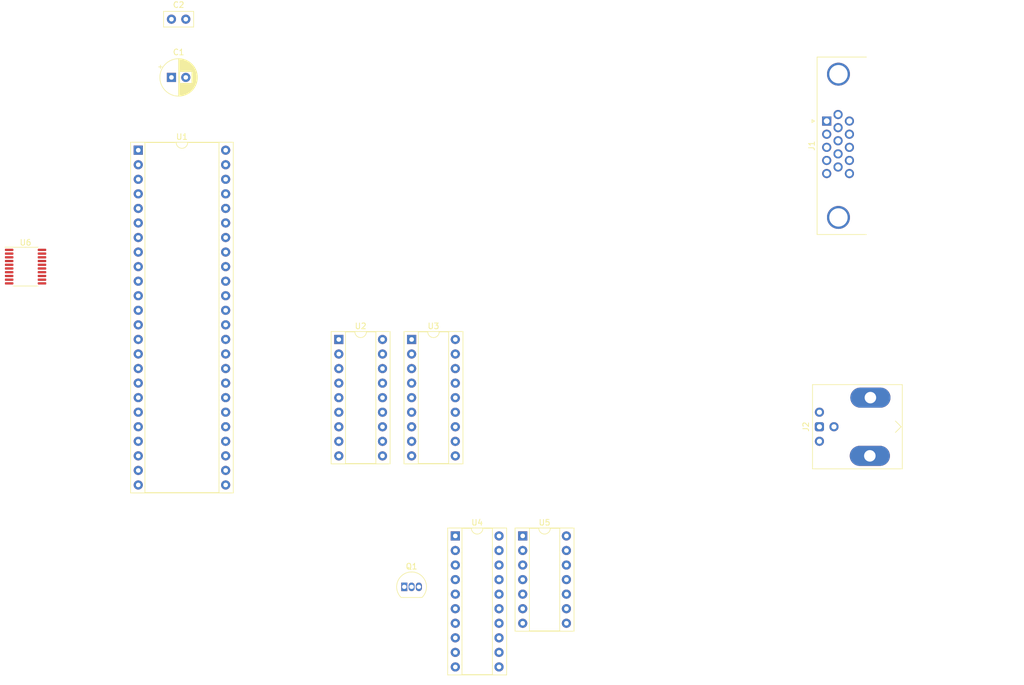
<source format=kicad_pcb>
(kicad_pcb (version 20240108) (generator "pcbnew") (generator_version "8.0")
  (layers (0 "F.Cu" signal) (31 "B.Cu" signal) (34 "B.Paste" user) (35 "F.Paste" user) (36 "B.SilkS" user "B.Silkscreen") (37 "F.SilkS" user "F.Silkscreen") (38 "B.Mask" user) (39 "F.Mask" user) (44 "Edge.Cuts" user))
  (net 0 "")
  (net 15 "+5V")
  (net 28 "/A0")
  (net 29 "/A1")
  (net 30 "/A2")
  (net 31 "/A3")
  (net 32 "/A4")
  (net 33 "/A5")
  (net 34 "/A6")
  (net 35 "/A7")
  (net 55 "VCC")
  (net 59 "GND")
  (footprint "Package_DIP:DIP-20_W7.62mm_Socket" (layer "F.Cu") (at 166.38 113.035)
    (property "Reference" "U4" (at 3.81 -2.33 0) (layer "F.SilkS"))
    (property "Value" "74LS244")
    (fp_line (start -1.33 -1.39) (end -1.33 24.25) (stroke (width 0.12)) (layer "F.SilkS"))
    (fp_line (start -1.33 24.25) (end 8.95 24.25) (stroke (width 0.12)) (layer "F.SilkS"))
    (fp_line (start 1.16 -1.33) (end 1.16 24.19) (stroke (width 0.12)) (layer "F.SilkS"))
    (fp_line (start 1.16 24.19) (end 6.46 24.19) (stroke (width 0.12)) (layer "F.SilkS"))
    (fp_line (start 2.81 -1.33) (end 1.16 -1.33) (stroke (width 0.12)) (layer "F.SilkS"))
    (fp_line (start 6.46 -1.33) (end 4.81 -1.33) (stroke (width 0.12)) (layer "F.SilkS"))
    (fp_line (start 6.46 24.19) (end 6.46 -1.33) (stroke (width 0.12)) (layer "F.SilkS"))
    (fp_line (start 8.95 -1.39) (end -1.33 -1.39) (stroke (width 0.12)) (layer "F.SilkS"))
    (fp_line (start 8.95 24.25) (end 8.95 -1.39) (stroke (width 0.12)) (layer "F.SilkS"))
    (fp_arc (start 4.81 -1.33) (mid 3.81 -0.33) (end 2.81 -1.33) (stroke (width 0.12)) (layer "F.SilkS"))
    (pad "1" thru_hole rect (at 0 0) (size 1.6 1.6) (drill 0.8) (layers "*.Cu" "*.Mask"))
    (pad "2" thru_hole oval (at 0 2.54) (size 1.6 1.6) (drill 0.8) (layers "*.Cu" "*.Mask"))
    (pad "3" thru_hole oval (at 0 5.08) (size 1.6 1.6) (drill 0.8) (layers "*.Cu" "*.Mask"))
    (pad "4" thru_hole oval (at 0 7.62) (size 1.6 1.6) (drill 0.8) (layers "*.Cu" "*.Mask"))
    (pad "5" thru_hole oval (at 0 10.16) (size 1.6 1.6) (drill 0.8) (layers "*.Cu" "*.Mask"))
    (pad "6" thru_hole oval (at 0 12.7) (size 1.6 1.6) (drill 0.8) (layers "*.Cu" "*.Mask"))
    (pad "7" thru_hole oval (at 0 15.24) (size 1.6 1.6) (drill 0.8) (layers "*.Cu" "*.Mask"))
    (pad "8" thru_hole oval (at 0 17.78) (size 1.6 1.6) (drill 0.8) (layers "*.Cu" "*.Mask"))
    (pad "9" thru_hole oval (at 0 20.32) (size 1.6 1.6) (drill 0.8) (layers "*.Cu" "*.Mask"))
    (pad "10" thru_hole oval (at 0 22.86) (size 1.6 1.6) (drill 0.8) (layers "*.Cu" "*.Mask"))
    (pad "11" thru_hole oval (at 7.62 22.86) (size 1.6 1.6) (drill 0.8) (layers "*.Cu" "*.Mask"))
    (pad "12" thru_hole oval (at 7.62 20.32) (size 1.6 1.6) (drill 0.8) (layers "*.Cu" "*.Mask"))
    (pad "13" thru_hole oval (at 7.62 17.78) (size 1.6 1.6) (drill 0.8) (layers "*.Cu" "*.Mask"))
    (pad "14" thru_hole oval (at 7.62 15.24) (size 1.6 1.6) (drill 0.8) (layers "*.Cu" "*.Mask"))
    (pad "15" thru_hole oval (at 7.62 12.7) (size 1.6 1.6) (drill 0.8) (layers "*.Cu" "*.Mask"))
    (pad "16" thru_hole oval (at 7.62 10.16) (size 1.6 1.6) (drill 0.8) (layers "*.Cu" "*.Mask"))
    (pad "17" thru_hole oval (at 7.62 7.62) (size 1.6 1.6) (drill 0.8) (layers "*.Cu" "*.Mask"))
    (pad "18" thru_hole oval (at 7.62 5.08) (size 1.6 1.6) (drill 0.8) (layers "*.Cu" "*.Mask"))
    (pad "19" thru_hole oval (at 7.62 2.54) (size 1.6 1.6) (drill 0.8) (layers "*.Cu" "*.Mask"))
    (pad "20" thru_hole oval (at 7.62 0) (size 1.6 1.6) (drill 0.8) (layers "*.Cu" "*.Mask"))
  )
  (footprint "Package_DIP:DIP-18_W7.62mm_Socket" (layer "F.Cu") (at 158.76 78.75)
    (property "Reference" "U3" (at 3.81 -2.33 0) (layer "F.SilkS"))
    (property "Value" "41464")
    (fp_line (start -1.33 -1.39) (end -1.33 21.71) (stroke (width 0.12)) (layer "F.SilkS"))
    (fp_line (start -1.33 21.71) (end 8.95 21.71) (stroke (width 0.12)) (layer "F.SilkS"))
    (fp_line (start 1.16 -1.33) (end 1.16 21.65) (stroke (width 0.12)) (layer "F.SilkS"))
    (fp_line (start 1.16 21.65) (end 6.46 21.65) (stroke (width 0.12)) (layer "F.SilkS"))
    (fp_line (start 2.81 -1.33) (end 1.16 -1.33) (stroke (width 0.12)) (layer "F.SilkS"))
    (fp_line (start 6.46 -1.33) (end 4.81 -1.33) (stroke (width 0.12)) (layer "F.SilkS"))
    (fp_line (start 6.46 21.65) (end 6.46 -1.33) (stroke (width 0.12)) (layer "F.SilkS"))
    (fp_line (start 8.95 -1.39) (end -1.33 -1.39) (stroke (width 0.12)) (layer "F.SilkS"))
    (fp_line (start 8.95 21.71) (end 8.95 -1.39) (stroke (width 0.12)) (layer "F.SilkS"))
    (fp_arc (start 4.81 -1.33) (mid 3.81 -0.33) (end 2.81 -1.33) (stroke (width 0.12)) (layer "F.SilkS"))
    (pad "1" thru_hole rect (at 0 0) (size 1.6 1.6) (drill 0.8) (layers "*.Cu" "*.Mask"))
    (pad "2" thru_hole oval (at 0 2.54) (size 1.6 1.6) (drill 0.8) (layers "*.Cu" "*.Mask"))
    (pad "3" thru_hole oval (at 0 5.08) (size 1.6 1.6) (drill 0.8) (layers "*.Cu" "*.Mask"))
    (pad "4" thru_hole oval (at 0 7.62) (size 1.6 1.6) (drill 0.8) (layers "*.Cu" "*.Mask"))
    (pad "5" thru_hole oval (at 0 10.16) (size 1.6 1.6) (drill 0.8) (layers "*.Cu" "*.Mask"))
    (pad "6" thru_hole oval (at 0 12.7) (size 1.6 1.6) (drill 0.8) (layers "*.Cu" "*.Mask") (net 34 "/A6"))
    (pad "7" thru_hole oval (at 0 15.24) (size 1.6 1.6) (drill 0.8) (layers "*.Cu" "*.Mask") (net 33 "/A5"))
    (pad "8" thru_hole oval (at 0 17.78) (size 1.6 1.6) (drill 0.8) (layers "*.Cu" "*.Mask") (net 32 "/A4"))
    (pad "9" thru_hole oval (at 0 20.32) (size 1.6 1.6) (drill 0.8) (layers "*.Cu" "*.Mask") (net 55 "VCC"))
    (pad "10" thru_hole oval (at 7.62 20.32) (size 1.6 1.6) (drill 0.8) (layers "*.Cu" "*.Mask") (net 35 "/A7"))
    (pad "11" thru_hole oval (at 7.62 17.78) (size 1.6 1.6) (drill 0.8) (layers "*.Cu" "*.Mask") (net 31 "/A3"))
    (pad "12" thru_hole oval (at 7.62 15.24) (size 1.6 1.6) (drill 0.8) (layers "*.Cu" "*.Mask") (net 30 "/A2"))
    (pad "13" thru_hole oval (at 7.62 12.7) (size 1.6 1.6) (drill 0.8) (layers "*.Cu" "*.Mask") (net 29 "/A1"))
    (pad "14" thru_hole oval (at 7.62 10.16) (size 1.6 1.6) (drill 0.8) (layers "*.Cu" "*.Mask") (net 28 "/A0"))
    (pad "15" thru_hole oval (at 7.62 7.62) (size 1.6 1.6) (drill 0.8) (layers "*.Cu" "*.Mask"))
    (pad "16" thru_hole oval (at 7.62 5.08) (size 1.6 1.6) (drill 0.8) (layers "*.Cu" "*.Mask"))
    (pad "17" thru_hole oval (at 7.62 2.54) (size 1.6 1.6) (drill 0.8) (layers "*.Cu" "*.Mask"))
    (pad "18" thru_hole oval (at 7.62 0) (size 1.6 1.6) (drill 0.8) (layers "*.Cu" "*.Mask") (net 59 "GND"))
  )
  (footprint "Package_TO_SOT_THT:TO-92_Inline" (layer "F.Cu") (at 157.48 121.92)
    (property "Reference" "Q1" (at 1.27 -3.56 0) (layer "F.SilkS"))
    (property "Value" "2SC1815")
    (fp_line (start -0.53 1.85) (end 3.07 1.85) (stroke (width 0.12)) (layer "F.SilkS"))
    (fp_arc (start -0.568478 1.838478) (mid -1.132087 -0.994977) (end 1.27 -2.6) (stroke (width 0.12)) (layer "F.SilkS"))
    (fp_arc (start 1.27 -2.6) (mid 3.672087 -0.994977) (end 3.108478 1.838478) (stroke (width 0.12)) (layer "F.SilkS"))
    (pad "1" thru_hole rect (at 0 0) (size 1.05 1.5) (drill 0.75) (layers "*.Cu" "*.Mask"))
    (pad "2" thru_hole oval (at 1.27 0) (size 1.05 1.5) (drill 0.75) (layers "*.Cu" "*.Mask"))
    (pad "3" thru_hole oval (at 2.54 0) (size 1.05 1.5) (drill 0.75) (layers "*.Cu" "*.Mask"))
  )
  (footprint "Capacitor_THT:CP_Radial_D6.3mm_P2.50mm" (layer "F.Cu") (at 116.88 33.02)
    (property "Reference" "C1" (at 1.25 -4.4 0) (layer "F.SilkS"))
    (property "Value" "10uF 16v")
    (fp_line (start -2.250241 -1.839) (end -1.620241 -1.839) (stroke (width 0.12)) (layer "F.SilkS"))
    (fp_line (start -1.935241 -2.154) (end -1.935241 -1.524) (stroke (width 0.12)) (layer "F.SilkS"))
    (fp_line (start 1.25 -3.23) (end 1.25 3.23) (stroke (width 0.12)) (layer "F.SilkS"))
    (fp_line (start 1.29 -3.23) (end 1.29 3.23) (stroke (width 0.12)) (layer "F.SilkS"))
    (fp_line (start 1.33 -3.23) (end 1.33 3.23) (stroke (width 0.12)) (layer "F.SilkS"))
    (fp_line (start 1.37 -3.228) (end 1.37 3.228) (stroke (width 0.12)) (layer "F.SilkS"))
    (fp_line (start 1.41 -3.227) (end 1.41 3.227) (stroke (width 0.12)) (layer "F.SilkS"))
    (fp_line (start 1.45 -3.224) (end 1.45 3.224) (stroke (width 0.12)) (layer "F.SilkS"))
    (fp_line (start 1.49 -3.222) (end 1.49 -1.04) (stroke (width 0.12)) (layer "F.SilkS"))
    (fp_line (start 1.49 1.04) (end 1.49 3.222) (stroke (width 0.12)) (layer "F.SilkS"))
    (fp_line (start 1.53 -3.218) (end 1.53 -1.04) (stroke (width 0.12)) (layer "F.SilkS"))
    (fp_line (start 1.53 1.04) (end 1.53 3.218) (stroke (width 0.12)) (layer "F.SilkS"))
    (fp_line (start 1.57 -3.215) (end 1.57 -1.04) (stroke (width 0.12)) (layer "F.SilkS"))
    (fp_line (start 1.57 1.04) (end 1.57 3.215) (stroke (width 0.12)) (layer "F.SilkS"))
    (fp_line (start 1.61 -3.211) (end 1.61 -1.04) (stroke (width 0.12)) (layer "F.SilkS"))
    (fp_line (start 1.61 1.04) (end 1.61 3.211) (stroke (width 0.12)) (layer "F.SilkS"))
    (fp_line (start 1.65 -3.206) (end 1.65 -1.04) (stroke (width 0.12)) (layer "F.SilkS"))
    (fp_line (start 1.65 1.04) (end 1.65 3.206) (stroke (width 0.12)) (layer "F.SilkS"))
    (fp_line (start 1.69 -3.201) (end 1.69 -1.04) (stroke (width 0.12)) (layer "F.SilkS"))
    (fp_line (start 1.69 1.04) (end 1.69 3.201) (stroke (width 0.12)) (layer "F.SilkS"))
    (fp_line (start 1.73 -3.195) (end 1.73 -1.04) (stroke (width 0.12)) (layer "F.SilkS"))
    (fp_line (start 1.73 1.04) (end 1.73 3.195) (stroke (width 0.12)) (layer "F.SilkS"))
    (fp_line (start 1.77 -3.189) (end 1.77 -1.04) (stroke (width 0.12)) (layer "F.SilkS"))
    (fp_line (start 1.77 1.04) (end 1.77 3.189) (stroke (width 0.12)) (layer "F.SilkS"))
    (fp_line (start 1.81 -3.182) (end 1.81 -1.04) (stroke (width 0.12)) (layer "F.SilkS"))
    (fp_line (start 1.81 1.04) (end 1.81 3.182) (stroke (width 0.12)) (layer "F.SilkS"))
    (fp_line (start 1.85 -3.175) (end 1.85 -1.04) (stroke (width 0.12)) (layer "F.SilkS"))
    (fp_line (start 1.85 1.04) (end 1.85 3.175) (stroke (width 0.12)) (layer "F.SilkS"))
    (fp_line (start 1.89 -3.167) (end 1.89 -1.04) (stroke (width 0.12)) (layer "F.SilkS"))
    (fp_line (start 1.89 1.04) (end 1.89 3.167) (stroke (width 0.12)) (layer "F.SilkS"))
    (fp_line (start 1.93 -3.159) (end 1.93 -1.04) (stroke (width 0.12)) (layer "F.SilkS"))
    (fp_line (start 1.93 1.04) (end 1.93 3.159) (stroke (width 0.12)) (layer "F.SilkS"))
    (fp_line (start 1.971 -3.15) (end 1.971 -1.04) (stroke (width 0.12)) (layer "F.SilkS"))
    (fp_line (start 1.971 1.04) (end 1.971 3.15) (stroke (width 0.12)) (layer "F.SilkS"))
    (fp_line (start 2.011 -3.141) (end 2.011 -1.04) (stroke (width 0.12)) (layer "F.SilkS"))
    (fp_line (start 2.011 1.04) (end 2.011 3.141) (stroke (width 0.12)) (layer "F.SilkS"))
    (fp_line (start 2.051 -3.131) (end 2.051 -1.04) (stroke (width 0.12)) (layer "F.SilkS"))
    (fp_line (start 2.051 1.04) (end 2.051 3.131) (stroke (width 0.12)) (layer "F.SilkS"))
    (fp_line (start 2.091 -3.121) (end 2.091 -1.04) (stroke (width 0.12)) (layer "F.SilkS"))
    (fp_line (start 2.091 1.04) (end 2.091 3.121) (stroke (width 0.12)) (layer "F.SilkS"))
    (fp_line (start 2.131 -3.11) (end 2.131 -1.04) (stroke (width 0.12)) (layer "F.SilkS"))
    (fp_line (start 2.131 1.04) (end 2.131 3.11) (stroke (width 0.12)) (layer "F.SilkS"))
    (fp_line (start 2.171 -3.098) (end 2.171 -1.04) (stroke (width 0.12)) (layer "F.SilkS"))
    (fp_line (start 2.171 1.04) (end 2.171 3.098) (stroke (width 0.12)) (layer "F.SilkS"))
    (fp_line (start 2.211 -3.086) (end 2.211 -1.04) (stroke (width 0.12)) (layer "F.SilkS"))
    (fp_line (start 2.211 1.04) (end 2.211 3.086) (stroke (width 0.12)) (layer "F.SilkS"))
    (fp_line (start 2.251 -3.074) (end 2.251 -1.04) (stroke (width 0.12)) (layer "F.SilkS"))
    (fp_line (start 2.251 1.04) (end 2.251 3.074) (stroke (width 0.12)) (layer "F.SilkS"))
    (fp_line (start 2.291 -3.061) (end 2.291 -1.04) (stroke (width 0.12)) (layer "F.SilkS"))
    (fp_line (start 2.291 1.04) (end 2.291 3.061) (stroke (width 0.12)) (layer "F.SilkS"))
    (fp_line (start 2.331 -3.047) (end 2.331 -1.04) (stroke (width 0.12)) (layer "F.SilkS"))
    (fp_line (start 2.331 1.04) (end 2.331 3.047) (stroke (width 0.12)) (layer "F.SilkS"))
    (fp_line (start 2.371 -3.033) (end 2.371 -1.04) (stroke (width 0.12)) (layer "F.SilkS"))
    (fp_line (start 2.371 1.04) (end 2.371 3.033) (stroke (width 0.12)) (layer "F.SilkS"))
    (fp_line (start 2.411 -3.018) (end 2.411 -1.04) (stroke (width 0.12)) (layer "F.SilkS"))
    (fp_line (start 2.411 1.04) (end 2.411 3.018) (stroke (width 0.12)) (layer "F.SilkS"))
    (fp_line (start 2.451 -3.002) (end 2.451 -1.04) (stroke (width 0.12)) (layer "F.SilkS"))
    (fp_line (start 2.451 1.04) (end 2.451 3.002) (stroke (width 0.12)) (layer "F.SilkS"))
    (fp_line (start 2.491 -2.986) (end 2.491 -1.04) (stroke (width 0.12)) (layer "F.SilkS"))
    (fp_line (start 2.491 1.04) (end 2.491 2.986) (stroke (width 0.12)) (layer "F.SilkS"))
    (fp_line (start 2.531 -2.97) (end 2.531 -1.04) (stroke (width 0.12)) (layer "F.SilkS"))
    (fp_line (start 2.531 1.04) (end 2.531 2.97) (stroke (width 0.12)) (layer "F.SilkS"))
    (fp_line (start 2.571 -2.952) (end 2.571 -1.04) (stroke (width 0.12)) (layer "F.SilkS"))
    (fp_line (start 2.571 1.04) (end 2.571 2.952) (stroke (width 0.12)) (layer "F.SilkS"))
    (fp_line (start 2.611 -2.934) (end 2.611 -1.04) (stroke (width 0.12)) (layer "F.SilkS"))
    (fp_line (start 2.611 1.04) (end 2.611 2.934) (stroke (width 0.12)) (layer "F.SilkS"))
    (fp_line (start 2.651 -2.916) (end 2.651 -1.04) (stroke (width 0.12)) (layer "F.SilkS"))
    (fp_line (start 2.651 1.04) (end 2.651 2.916) (stroke (width 0.12)) (layer "F.SilkS"))
    (fp_line (start 2.691 -2.896) (end 2.691 -1.04) (stroke (width 0.12)) (layer "F.SilkS"))
    (fp_line (start 2.691 1.04) (end 2.691 2.896) (stroke (width 0.12)) (layer "F.SilkS"))
    (fp_line (start 2.731 -2.876) (end 2.731 -1.04) (stroke (width 0.12)) (layer "F.SilkS"))
    (fp_line (start 2.731 1.04) (end 2.731 2.876) (stroke (width 0.12)) (layer "F.SilkS"))
    (fp_line (start 2.771 -2.856) (end 2.771 -1.04) (stroke (width 0.12)) (layer "F.SilkS"))
    (fp_line (start 2.771 1.04) (end 2.771 2.856) (stroke (width 0.12)) (layer "F.SilkS"))
    (fp_line (start 2.811 -2.834) (end 2.811 -1.04) (stroke (width 0.12)) (layer "F.SilkS"))
    (fp_line (start 2.811 1.04) (end 2.811 2.834) (stroke (width 0.12)) (layer "F.SilkS"))
    (fp_line (start 2.851 -2.812) (end 2.851 -1.04) (stroke (width 0.12)) (layer "F.SilkS"))
    (fp_line (start 2.851 1.04) (end 2.851 2.812) (stroke (width 0.12)) (layer "F.SilkS"))
    (fp_line (start 2.891 -2.79) (end 2.891 -1.04) (stroke (width 0.12)) (layer "F.SilkS"))
    (fp_line (start 2.891 1.04) (end 2.891 2.79) (stroke (width 0.12)) (layer "F.SilkS"))
    (fp_line (start 2.931 -2.766) (end 2.931 -1.04) (stroke (width 0.12)) (layer "F.SilkS"))
    (fp_line (start 2.931 1.04) (end 2.931 2.766) (stroke (width 0.12)) (layer "F.SilkS"))
    (fp_line (start 2.971 -2.742) (end 2.971 -1.04) (stroke (width 0.12)) (layer "F.SilkS"))
    (fp_line (start 2.971 1.04) (end 2.971 2.742) (stroke (width 0.12)) (layer "F.SilkS"))
    (fp_line (start 3.011 -2.716) (end 3.011 -1.04) (stroke (width 0.12)) (layer "F.SilkS"))
    (fp_line (start 3.011 1.04) (end 3.011 2.716) (stroke (width 0.12)) (layer "F.SilkS"))
    (fp_line (start 3.051 -2.69) (end 3.051 -1.04) (stroke (width 0.12)) (layer "F.SilkS"))
    (fp_line (start 3.051 1.04) (end 3.051 2.69) (stroke (width 0.12)) (layer "F.SilkS"))
    (fp_line (start 3.091 -2.664) (end 3.091 -1.04) (stroke (width 0.12)) (layer "F.SilkS"))
    (fp_line (start 3.091 1.04) (end 3.091 2.664) (stroke (width 0.12)) (layer "F.SilkS"))
    (fp_line (start 3.131 -2.636) (end 3.131 -1.04) (stroke (width 0.12)) (layer "F.SilkS"))
    (fp_line (start 3.131 1.04) (end 3.131 2.636) (stroke (width 0.12)) (layer "F.SilkS"))
    (fp_line (start 3.171 -2.607) (end 3.171 -1.04) (stroke (width 0.12)) (layer "F.SilkS"))
    (fp_line (start 3.171 1.04) (end 3.171 2.607) (stroke (width 0.12)) (layer "F.SilkS"))
    (fp_line (start 3.211 -2.578) (end 3.211 -1.04) (stroke (width 0.12)) (layer "F.SilkS"))
    (fp_line (start 3.211 1.04) (end 3.211 2.578) (stroke (width 0.12)) (layer "F.SilkS"))
    (fp_line (start 3.251 -2.548) (end 3.251 -1.04) (stroke (width 0.12)) (layer "F.SilkS"))
    (fp_line (start 3.251 1.04) (end 3.251 2.548) (stroke (width 0.12)) (layer "F.SilkS"))
    (fp_line (start 3.291 -2.516) (end 3.291 -1.04) (stroke (width 0.12)) (layer "F.SilkS"))
    (fp_line (start 3.291 1.04) (end 3.291 2.516) (stroke (width 0.12)) (layer "F.SilkS"))
    (fp_line (start 3.331 -2.484) (end 3.331 -1.04) (stroke (width 0.12)) (layer "F.SilkS"))
    (fp_line (start 3.331 1.04) (end 3.331 2.484) (stroke (width 0.12)) (layer "F.SilkS"))
    (fp_line (start 3.371 -2.45) (end 3.371 -1.04) (stroke (width 0.12)) (layer "F.SilkS"))
    (fp_line (start 3.371 1.04) (end 3.371 2.45) (stroke (width 0.12)) (layer "F.SilkS"))
    (fp_line (start 3.411 -2.416) (end 3.411 -1.04) (stroke (width 0.12)) (layer "F.SilkS"))
    (fp_line (start 3.411 1.04) (end 3.411 2.416) (stroke (width 0.12)) (layer "F.SilkS"))
    (fp_line (start 3.451 -2.38) (end 3.451 -1.04) (stroke (width 0.12)) (layer "F.SilkS"))
    (fp_line (start 3.451 1.04) (end 3.451 2.38) (stroke (width 0.12)) (layer "F.SilkS"))
    (fp_line (start 3.491 -2.343) (end 3.491 -1.04) (stroke (width 0.12)) (layer "F.SilkS"))
    (fp_line (start 3.491 1.04) (end 3.491 2.343) (stroke (width 0.12)) (layer "F.SilkS"))
    (fp_line (start 3.531 -2.305) (end 3.531 -1.04) (stroke (width 0.12)) (layer "F.SilkS"))
    (fp_line (start 3.531 1.04) (end 3.531 2.305) (stroke (width 0.12)) (layer "F.SilkS"))
    (fp_line (start 3.571 -2.265) (end 3.571 2.265) (stroke (width 0.12)) (layer "F.SilkS"))
    (fp_line (start 3.611 -2.224) (end 3.611 2.224) (stroke (width 0.12)) (layer "F.SilkS"))
    (fp_line (start 3.651 -2.182) (end 3.651 2.182) (stroke (width 0.12)) (layer "F.SilkS"))
    (fp_line (start 3.691 -2.137) (end 3.691 2.137) (stroke (width 0.12)) (layer "F.SilkS"))
    (fp_line (start 3.731 -2.092) (end 3.731 2.092) (stroke (width 0.12)) (layer "F.SilkS"))
    (fp_line (start 3.771 -2.044) (end 3.771 2.044) (stroke (width 0.12)) (layer "F.SilkS"))
    (fp_line (start 3.811 -1.995) (end 3.811 1.995) (stroke (width 0.12)) (layer "F.SilkS"))
    (fp_line (start 3.851 -1.944) (end 3.851 1.944) (stroke (width 0.12)) (layer "F.SilkS"))
    (fp_line (start 3.891 -1.89) (end 3.891 1.89) (stroke (width 0.12)) (layer "F.SilkS"))
    (fp_line (start 3.931 -1.834) (end 3.931 1.834) (stroke (width 0.12)) (layer "F.SilkS"))
    (fp_line (start 3.971 -1.776) (end 3.971 1.776) (stroke (width 0.12)) (layer "F.SilkS"))
    (fp_line (start 4.011 -1.714) (end 4.011 1.714) (stroke (width 0.12)) (layer "F.SilkS"))
    (fp_line (start 4.051 -1.65) (end 4.051 1.65) (stroke (width 0.12)) (layer "F.SilkS"))
    (fp_line (start 4.091 -1.581) (end 4.091 1.581) (stroke (width 0.12)) (layer "F.SilkS"))
    (fp_line (start 4.131 -1.509) (end 4.131 1.509) (stroke (width 0.12)) (layer "F.SilkS"))
    (fp_line (start 4.171 -1.432) (end 4.171 1.432) (stroke (width 0.12)) (layer "F.SilkS"))
    (fp_line (start 4.211 -1.35) (end 4.211 1.35) (stroke (width 0.12)) (layer "F.SilkS"))
    (fp_line (start 4.251 -1.262) (end 4.251 1.262) (stroke (width 0.12)) (layer "F.SilkS"))
    (fp_line (start 4.291 -1.165) (end 4.291 1.165) (stroke (width 0.12)) (layer "F.SilkS"))
    (fp_line (start 4.331 -1.059) (end 4.331 1.059) (stroke (width 0.12)) (layer "F.SilkS"))
    (fp_line (start 4.371 -0.94) (end 4.371 0.94) (stroke (width 0.12)) (layer "F.SilkS"))
    (fp_line (start 4.411 -0.802) (end 4.411 0.802) (stroke (width 0.12)) (layer "F.SilkS"))
    (fp_line (start 4.451 -0.633) (end 4.451 0.633) (stroke (width 0.12)) (layer "F.SilkS"))
    (fp_line (start 4.491 -0.402) (end 4.491 0.402) (stroke (width 0.12)) (layer "F.SilkS"))
    (fp_circle (center 1.25 0) (end 4.52 0) (stroke (width 0.12)) (fill none) (layer "F.SilkS"))
    (pad "1" thru_hole rect (at 0 0) (size 1.6 1.6) (drill 0.8) (layers "*.Cu" "*.Mask") (net 15 "+5V"))
    (pad "2" thru_hole circle (at 2.5 0) (size 1.6 1.6) (drill 0.8) (layers "*.Cu" "*.Mask") (net 59 "GND"))
  )
  (footprint "Package_DIP:DIP-18_W7.62mm_Socket" (layer "F.Cu") (at 146.06 78.75)
    (property "Reference" "U2" (at 3.81 -2.33 0) (layer "F.SilkS"))
    (property "Value" "41464")
    (fp_line (start -1.33 -1.39) (end -1.33 21.71) (stroke (width 0.12)) (layer "F.SilkS"))
    (fp_line (start -1.33 21.71) (end 8.95 21.71) (stroke (width 0.12)) (layer "F.SilkS"))
    (fp_line (start 1.16 -1.33) (end 1.16 21.65) (stroke (width 0.12)) (layer "F.SilkS"))
    (fp_line (start 1.16 21.65) (end 6.46 21.65) (stroke (width 0.12)) (layer "F.SilkS"))
    (fp_line (start 2.81 -1.33) (end 1.16 -1.33) (stroke (width 0.12)) (layer "F.SilkS"))
    (fp_line (start 6.46 -1.33) (end 4.81 -1.33) (stroke (width 0.12)) (layer "F.SilkS"))
    (fp_line (start 6.46 21.65) (end 6.46 -1.33) (stroke (width 0.12)) (layer "F.SilkS"))
    (fp_line (start 8.95 -1.39) (end -1.33 -1.39) (stroke (width 0.12)) (layer "F.SilkS"))
    (fp_line (start 8.95 21.71) (end 8.95 -1.39) (stroke (width 0.12)) (layer "F.SilkS"))
    (fp_arc (start 4.81 -1.33) (mid 3.81 -0.33) (end 2.81 -1.33) (stroke (width 0.12)) (layer "F.SilkS"))
    (pad "1" thru_hole rect (at 0 0) (size 1.6 1.6) (drill 0.8) (layers "*.Cu" "*.Mask"))
    (pad "2" thru_hole oval (at 0 2.54) (size 1.6 1.6) (drill 0.8) (layers "*.Cu" "*.Mask"))
    (pad "3" thru_hole oval (at 0 5.08) (size 1.6 1.6) (drill 0.8) (layers "*.Cu" "*.Mask"))
    (pad "4" thru_hole oval (at 0 7.62) (size 1.6 1.6) (drill 0.8) (layers "*.Cu" "*.Mask"))
    (pad "5" thru_hole oval (at 0 10.16) (size 1.6 1.6) (drill 0.8) (layers "*.Cu" "*.Mask"))
    (pad "6" thru_hole oval (at 0 12.7) (size 1.6 1.6) (drill 0.8) (layers "*.Cu" "*.Mask") (net 34 "/A6"))
    (pad "7" thru_hole oval (at 0 15.24) (size 1.6 1.6) (drill 0.8) (layers "*.Cu" "*.Mask") (net 33 "/A5"))
    (pad "8" thru_hole oval (at 0 17.78) (size 1.6 1.6) (drill 0.8) (layers "*.Cu" "*.Mask") (net 32 "/A4"))
    (pad "9" thru_hole oval (at 0 20.32) (size 1.6 1.6) (drill 0.8) (layers "*.Cu" "*.Mask") (net 55 "VCC"))
    (pad "10" thru_hole oval (at 7.62 20.32) (size 1.6 1.6) (drill 0.8) (layers "*.Cu" "*.Mask") (net 35 "/A7"))
    (pad "11" thru_hole oval (at 7.62 17.78) (size 1.6 1.6) (drill 0.8) (layers "*.Cu" "*.Mask") (net 31 "/A3"))
    (pad "12" thru_hole oval (at 7.62 15.24) (size 1.6 1.6) (drill 0.8) (layers "*.Cu" "*.Mask") (net 30 "/A2"))
    (pad "13" thru_hole oval (at 7.62 12.7) (size 1.6 1.6) (drill 0.8) (layers "*.Cu" "*.Mask") (net 29 "/A1"))
    (pad "14" thru_hole oval (at 7.62 10.16) (size 1.6 1.6) (drill 0.8) (layers "*.Cu" "*.Mask") (net 28 "/A0"))
    (pad "15" thru_hole oval (at 7.62 7.62) (size 1.6 1.6) (drill 0.8) (layers "*.Cu" "*.Mask"))
    (pad "16" thru_hole oval (at 7.62 5.08) (size 1.6 1.6) (drill 0.8) (layers "*.Cu" "*.Mask"))
    (pad "17" thru_hole oval (at 7.62 2.54) (size 1.6 1.6) (drill 0.8) (layers "*.Cu" "*.Mask"))
    (pad "18" thru_hole oval (at 7.62 0) (size 1.6 1.6) (drill 0.8) (layers "*.Cu" "*.Mask") (net 59 "GND"))
  )
  (footprint "Connector_Coaxial:BNC_Amphenol_031-6575_Horizontal" (layer "F.Cu") (at 229.87 93.98 -90)
    (property "Reference" "J2" (at 0 2.35 90) (layer "F.SilkS"))
    (property "Value" "Conn_Coaxial")
    (fp_line (start -7.35 1.2) (end -7.35 -14.45) (stroke (width 0.12)) (layer "F.SilkS"))
    (fp_line (start 7.35 1.2) (end -7.35 1.2) (stroke (width 0.12)) (layer "F.SilkS"))
    (fp_line (start 0 -14.25) (end -1 -13.25) (stroke (width 0.12)) (layer "F.SilkS"))
    (fp_line (start 0 -14.25) (end 1 -13.25) (stroke (width 0.12)) (layer "F.SilkS"))
    (fp_line (start -7.35 -14.45) (end 7.35 -14.45) (stroke (width 0.12)) (layer "F.SilkS"))
    (fp_line (start 7.35 -14.45) (end 7.35 1.2) (stroke (width 0.12)) (layer "F.SilkS"))
    (pad "" thru_hole oval (at -5.08 -8.89 270) (size 3.5 7) (drill 2.01) (layers "*.Cu" "*.Mask"))
    (pad "" thru_hole oval (at 5.08 -8.79 270) (size 3.5 7) (drill 2.01) (layers "*.Cu" "*.Mask"))
    (pad "1" thru_hole roundrect (at 0 0 270) (size 1.6 1.6) (drill 0.89) (layers "*.Cu" "*.Mask"))
    (pad "2" thru_hole circle (at -2.54 0 270) (size 1.6 1.6) (drill 0.89) (layers "*.Cu" "*.Mask"))
    (pad "3" thru_hole circle (at 0 -2.54 270) (size 1.6 1.6) (drill 0.89) (layers "*.Cu" "*.Mask"))
    (pad "4" thru_hole circle (at 2.54 0 270) (size 1.6 1.6) (drill 0.89) (layers "*.Cu" "*.Mask"))
  )
  (footprint "Package_DIP:DIP-14_W7.62mm_Socket" (layer "F.Cu") (at 178.13 113.035)
    (property "Reference" "U5" (at 3.81 -2.33 0) (layer "F.SilkS"))
    (property "Value" "7407")
    (fp_line (start -1.33 -1.39) (end -1.33 16.63) (stroke (width 0.12)) (layer "F.SilkS"))
    (fp_line (start -1.33 16.63) (end 8.95 16.63) (stroke (width 0.12)) (layer "F.SilkS"))
    (fp_line (start 1.16 -1.33) (end 1.16 16.57) (stroke (width 0.12)) (layer "F.SilkS"))
    (fp_line (start 1.16 16.57) (end 6.46 16.57) (stroke (width 0.12)) (layer "F.SilkS"))
    (fp_line (start 2.81 -1.33) (end 1.16 -1.33) (stroke (width 0.12)) (layer "F.SilkS"))
    (fp_line (start 6.46 -1.33) (end 4.81 -1.33) (stroke (width 0.12)) (layer "F.SilkS"))
    (fp_line (start 6.46 16.57) (end 6.46 -1.33) (stroke (width 0.12)) (layer "F.SilkS"))
    (fp_line (start 8.95 -1.39) (end -1.33 -1.39) (stroke (width 0.12)) (layer "F.SilkS"))
    (fp_line (start 8.95 16.63) (end 8.95 -1.39) (stroke (width 0.12)) (layer "F.SilkS"))
    (fp_arc (start 4.81 -1.33) (mid 3.81 -0.33) (end 2.81 -1.33) (stroke (width 0.12)) (layer "F.SilkS"))
    (pad "1" thru_hole rect (at 0 0) (size 1.6 1.6) (drill 0.8) (layers "*.Cu" "*.Mask"))
    (pad "2" thru_hole oval (at 0 2.54) (size 1.6 1.6) (drill 0.8) (layers "*.Cu" "*.Mask"))
    (pad "3" thru_hole oval (at 0 5.08) (size 1.6 1.6) (drill 0.8) (layers "*.Cu" "*.Mask"))
    (pad "4" thru_hole oval (at 0 7.62) (size 1.6 1.6) (drill 0.8) (layers "*.Cu" "*.Mask"))
    (pad "5" thru_hole oval (at 0 10.16) (size 1.6 1.6) (drill 0.8) (layers "*.Cu" "*.Mask"))
    (pad "6" thru_hole oval (at 0 12.7) (size 1.6 1.6) (drill 0.8) (layers "*.Cu" "*.Mask"))
    (pad "7" thru_hole oval (at 0 15.24) (size 1.6 1.6) (drill 0.8) (layers "*.Cu" "*.Mask"))
    (pad "8" thru_hole oval (at 7.62 15.24) (size 1.6 1.6) (drill 0.8) (layers "*.Cu" "*.Mask"))
    (pad "9" thru_hole oval (at 7.62 12.7) (size 1.6 1.6) (drill 0.8) (layers "*.Cu" "*.Mask"))
    (pad "10" thru_hole oval (at 7.62 10.16) (size 1.6 1.6) (drill 0.8) (layers "*.Cu" "*.Mask"))
    (pad "11" thru_hole oval (at 7.62 7.62) (size 1.6 1.6) (drill 0.8) (layers "*.Cu" "*.Mask"))
    (pad "12" thru_hole oval (at 7.62 5.08) (size 1.6 1.6) (drill 0.8) (layers "*.Cu" "*.Mask"))
    (pad "13" thru_hole oval (at 7.62 2.54) (size 1.6 1.6) (drill 0.8) (layers "*.Cu" "*.Mask"))
    (pad "14" thru_hole oval (at 7.62 0) (size 1.6 1.6) (drill 0.8) (layers "*.Cu" "*.Mask"))
  )
  (footprint "Connector_Dsub:DSUB-15-HD_Female_Horizontal_P2.29x1.98mm_EdgePinOffset3.03mm_Housed_MountingHolesOffset4.94mm" (layer "F.Cu") (at 231.14 40.64 90)
    (property "Reference" "J1" (at -4.315 -2.61 90) (layer "F.SilkS"))
    (property "Value" "DE15_Receptacle_HighDensity_MountingHoles")
    (fp_line (start 0.25 -2.564338) (end 0 -2.131325) (stroke (width 0.12)) (layer "F.SilkS"))
    (fp_line (start -0.25 -2.564338) (end 0.25 -2.564338) (stroke (width 0.12)) (layer "F.SilkS"))
    (fp_line (start 0 -2.131325) (end -0.25 -2.564338) (stroke (width 0.12)) (layer "F.SilkS"))
    (fp_line (start 11.17 -1.67) (end 11.17 6.93) (stroke (width 0.12)) (layer "F.SilkS"))
    (fp_line (start -19.8 -1.67) (end 11.17 -1.67) (stroke (width 0.12)) (layer "F.SilkS"))
    (fp_line (start -19.8 6.93) (end -19.8 -1.67) (stroke (width 0.12)) (layer "F.SilkS"))
    (pad "0" thru_hole circle (at -16.815 2.05 90) (size 4 4) (drill 3.2) (layers "*.Cu" "*.Mask"))
    (pad "0" thru_hole circle (at 8.185 2.05 90) (size 4 4) (drill 3.2) (layers "*.Cu" "*.Mask"))
    (pad "1" thru_hole rect (at 0 0 90) (size 1.6 1.6) (drill 1) (layers "*.Cu" "*.Mask"))
    (pad "2" thru_hole circle (at -2.29 0 90) (size 1.6 1.6) (drill 1) (layers "*.Cu" "*.Mask"))
    (pad "3" thru_hole circle (at -4.58 0 90) (size 1.6 1.6) (drill 1) (layers "*.Cu" "*.Mask"))
    (pad "4" thru_hole circle (at -6.87 0 90) (size 1.6 1.6) (drill 1) (layers "*.Cu" "*.Mask"))
    (pad "5" thru_hole circle (at -9.16 0 90) (size 1.6 1.6) (drill 1) (layers "*.Cu" "*.Mask"))
    (pad "6" thru_hole circle (at 1.145 1.98 90) (size 1.6 1.6) (drill 1) (layers "*.Cu" "*.Mask"))
    (pad "7" thru_hole circle (at -1.145 1.98 90) (size 1.6 1.6) (drill 1) (layers "*.Cu" "*.Mask"))
    (pad "8" thru_hole circle (at -3.435 1.98 90) (size 1.6 1.6) (drill 1) (layers "*.Cu" "*.Mask"))
    (pad "9" thru_hole circle (at -5.725 1.98 90) (size 1.6 1.6) (drill 1) (layers "*.Cu" "*.Mask"))
    (pad "10" thru_hole circle (at -8.015 1.98 90) (size 1.6 1.6) (drill 1) (layers "*.Cu" "*.Mask"))
    (pad "11" thru_hole circle (at 0 3.96 90) (size 1.6 1.6) (drill 1) (layers "*.Cu" "*.Mask"))
    (pad "12" thru_hole circle (at -2.29 3.96 90) (size 1.6 1.6) (drill 1) (layers "*.Cu" "*.Mask"))
    (pad "13" thru_hole circle (at -4.58 3.96 90) (size 1.6 1.6) (drill 1) (layers "*.Cu" "*.Mask"))
    (pad "14" thru_hole circle (at -6.87 3.96 90) (size 1.6 1.6) (drill 1) (layers "*.Cu" "*.Mask"))
    (pad "15" thru_hole circle (at -9.16 3.96 90) (size 1.6 1.6) (drill 1) (layers "*.Cu" "*.Mask"))
  )
  (footprint "Package_DIP:DIP-48_W15.24mm_Socket" (layer "F.Cu") (at 111.09 45.72)
    (property "Reference" "U1" (at 7.62 -2.33 0) (layer "F.SilkS"))
    (property "Value" "~")
    (fp_line (start -1.33 -1.39) (end -1.33 59.81) (stroke (width 0.12)) (layer "F.SilkS"))
    (fp_line (start -1.33 59.81) (end 16.57 59.81) (stroke (width 0.12)) (layer "F.SilkS"))
    (fp_line (start 1.16 -1.33) (end 1.16 59.75) (stroke (width 0.12)) (layer "F.SilkS"))
    (fp_line (start 1.16 59.75) (end 14.08 59.75) (stroke (width 0.12)) (layer "F.SilkS"))
    (fp_line (start 6.62 -1.33) (end 1.16 -1.33) (stroke (width 0.12)) (layer "F.SilkS"))
    (fp_line (start 14.08 -1.33) (end 8.62 -1.33) (stroke (width 0.12)) (layer "F.SilkS"))
    (fp_line (start 14.08 59.75) (end 14.08 -1.33) (stroke (width 0.12)) (layer "F.SilkS"))
    (fp_line (start 16.57 -1.39) (end -1.33 -1.39) (stroke (width 0.12)) (layer "F.SilkS"))
    (fp_line (start 16.57 59.81) (end 16.57 -1.39) (stroke (width 0.12)) (layer "F.SilkS"))
    (fp_arc (start 8.62 -1.33) (mid 7.62 -0.33) (end 6.62 -1.33) (stroke (width 0.12)) (layer "F.SilkS"))
    (pad "1" thru_hole rect (at 0 0) (size 1.6 1.6) (drill 0.8) (layers "*.Cu" "*.Mask"))
    (pad "2" thru_hole oval (at 0 2.54) (size 1.6 1.6) (drill 0.8) (layers "*.Cu" "*.Mask"))
    (pad "3" thru_hole oval (at 0 5.08) (size 1.6 1.6) (drill 0.8) (layers "*.Cu" "*.Mask"))
    (pad "4" thru_hole oval (at 0 7.62) (size 1.6 1.6) (drill 0.8) (layers "*.Cu" "*.Mask"))
    (pad "5" thru_hole oval (at 0 10.16) (size 1.6 1.6) (drill 0.8) (layers "*.Cu" "*.Mask"))
    (pad "6" thru_hole oval (at 0 12.7) (size 1.6 1.6) (drill 0.8) (layers "*.Cu" "*.Mask"))
    (pad "7" thru_hole oval (at 0 15.24) (size 1.6 1.6) (drill 0.8) (layers "*.Cu" "*.Mask"))
    (pad "8" thru_hole oval (at 0 17.78) (size 1.6 1.6) (drill 0.8) (layers "*.Cu" "*.Mask"))
    (pad "9" thru_hole oval (at 0 20.32) (size 1.6 1.6) (drill 0.8) (layers "*.Cu" "*.Mask"))
    (pad "10" thru_hole oval (at 0 22.86) (size 1.6 1.6) (drill 0.8) (layers "*.Cu" "*.Mask"))
    (pad "11" thru_hole oval (at 0 25.4) (size 1.6 1.6) (drill 0.8) (layers "*.Cu" "*.Mask"))
    (pad "12" thru_hole oval (at 0 27.94) (size 1.6 1.6) (drill 0.8) (layers "*.Cu" "*.Mask") (net 15 "+5V"))
    (pad "13" thru_hole oval (at 0 30.48) (size 1.6 1.6) (drill 0.8) (layers "*.Cu" "*.Mask"))
    (pad "14" thru_hole oval (at 0 33.02) (size 1.6 1.6) (drill 0.8) (layers "*.Cu" "*.Mask"))
    (pad "15" thru_hole oval (at 0 35.56) (size 1.6 1.6) (drill 0.8) (layers "*.Cu" "*.Mask"))
    (pad "16" thru_hole oval (at 0 38.1) (size 1.6 1.6) (drill 0.8) (layers "*.Cu" "*.Mask"))
    (pad "17" thru_hole oval (at 0 40.64) (size 1.6 1.6) (drill 0.8) (layers "*.Cu" "*.Mask"))
    (pad "18" thru_hole oval (at 0 43.18) (size 1.6 1.6) (drill 0.8) (layers "*.Cu" "*.Mask"))
    (pad "19" thru_hole oval (at 0 45.72) (size 1.6 1.6) (drill 0.8) (layers "*.Cu" "*.Mask"))
    (pad "20" thru_hole oval (at 0 48.26) (size 1.6 1.6) (drill 0.8) (layers "*.Cu" "*.Mask"))
    (pad "21" thru_hole oval (at 0 50.8) (size 1.6 1.6) (drill 0.8) (layers "*.Cu" "*.Mask"))
    (pad "22" thru_hole oval (at 0 53.34) (size 1.6 1.6) (drill 0.8) (layers "*.Cu" "*.Mask"))
    (pad "23" thru_hole oval (at 0 55.88) (size 1.6 1.6) (drill 0.8) (layers "*.Cu" "*.Mask") (net 59 "GND"))
    (pad "24" thru_hole oval (at 0 58.42) (size 1.6 1.6) (drill 0.8) (layers "*.Cu" "*.Mask"))
    (pad "25" thru_hole oval (at 15.24 58.42) (size 1.6 1.6) (drill 0.8) (layers "*.Cu" "*.Mask") (net 28 "/A0"))
    (pad "26" thru_hole oval (at 15.24 55.88) (size 1.6 1.6) (drill 0.8) (layers "*.Cu" "*.Mask") (net 29 "/A1"))
    (pad "27" thru_hole oval (at 15.24 53.34) (size 1.6 1.6) (drill 0.8) (layers "*.Cu" "*.Mask") (net 30 "/A2"))
    (pad "28" thru_hole oval (at 15.24 50.8) (size 1.6 1.6) (drill 0.8) (layers "*.Cu" "*.Mask") (net 31 "/A3"))
    (pad "29" thru_hole oval (at 15.24 48.26) (size 1.6 1.6) (drill 0.8) (layers "*.Cu" "*.Mask") (net 32 "/A4"))
    (pad "30" thru_hole oval (at 15.24 45.72) (size 1.6 1.6) (drill 0.8) (layers "*.Cu" "*.Mask") (net 33 "/A5"))
    (pad "31" thru_hole oval (at 15.24 43.18) (size 1.6 1.6) (drill 0.8) (layers "*.Cu" "*.Mask") (net 34 "/A6"))
    (pad "32" thru_hole oval (at 15.24 40.64) (size 1.6 1.6) (drill 0.8) (layers "*.Cu" "*.Mask") (net 35 "/A7"))
    (pad "33" thru_hole oval (at 15.24 38.1) (size 1.6 1.6) (drill 0.8) (layers "*.Cu" "*.Mask"))
    (pad "34" thru_hole oval (at 15.24 35.56) (size 1.6 1.6) (drill 0.8) (layers "*.Cu" "*.Mask"))
    (pad "35" thru_hole oval (at 15.24 33.02) (size 1.6 1.6) (drill 0.8) (layers "*.Cu" "*.Mask"))
    (pad "36" thru_hole oval (at 15.24 30.48) (size 1.6 1.6) (drill 0.8) (layers "*.Cu" "*.Mask"))
    (pad "37" thru_hole oval (at 15.24 27.94) (size 1.6 1.6) (drill 0.8) (layers "*.Cu" "*.Mask") (net 59 "GND"))
    (pad "38" thru_hole oval (at 15.24 25.4) (size 1.6 1.6) (drill 0.8) (layers "*.Cu" "*.Mask"))
    (pad "39" thru_hole oval (at 15.24 22.86) (size 1.6 1.6) (drill 0.8) (layers "*.Cu" "*.Mask"))
    (pad "40" thru_hole oval (at 15.24 20.32) (size 1.6 1.6) (drill 0.8) (layers "*.Cu" "*.Mask"))
    (pad "41" thru_hole oval (at 15.24 17.78) (size 1.6 1.6) (drill 0.8) (layers "*.Cu" "*.Mask"))
    (pad "42" thru_hole oval (at 15.24 15.24) (size 1.6 1.6) (drill 0.8) (layers "*.Cu" "*.Mask"))
    (pad "43" thru_hole oval (at 15.24 12.7) (size 1.6 1.6) (drill 0.8) (layers "*.Cu" "*.Mask"))
    (pad "44" thru_hole oval (at 15.24 10.16) (size 1.6 1.6) (drill 0.8) (layers "*.Cu" "*.Mask"))
    (pad "45" thru_hole oval (at 15.24 7.62) (size 1.6 1.6) (drill 0.8) (layers "*.Cu" "*.Mask"))
    (pad "46" thru_hole oval (at 15.24 5.08) (size 1.6 1.6) (drill 0.8) (layers "*.Cu" "*.Mask"))
    (pad "47" thru_hole oval (at 15.24 2.54) (size 1.6 1.6) (drill 0.8) (layers "*.Cu" "*.Mask"))
    (pad "48" thru_hole oval (at 15.24 0) (size 1.6 1.6) (drill 0.8) (layers "*.Cu" "*.Mask"))
  )
  (footprint "Package_SO:TSSOP-20_4.4x6.5mm_P0.65mm" (layer "F.Cu") (at 91.44 66.04)
    (property "Reference" "U6" (at 0 -4.2 0) (layer "F.SilkS"))
    (property "Value" "TXB0108PW")
    (fp_line (start 0 -3.385) (end -3.6 -3.385) (stroke (width 0.12)) (layer "F.SilkS"))
    (fp_line (start 0 -3.385) (end 2.2 -3.385) (stroke (width 0.12)) (layer "F.SilkS"))
    (fp_line (start 0 3.385) (end -2.2 3.385) (stroke (width 0.12)) (layer "F.SilkS"))
    (fp_line (start 0 3.385) (end 2.2 3.385) (stroke (width 0.12)) (layer "F.SilkS"))
    (pad "1" smd roundrect (at -2.8625 -2.925) (size 1.475 0.4) (layers "F.Cu" "F.Paste" "F.Mask"))
    (pad "2" smd roundrect (at -2.8625 -2.275) (size 1.475 0.4) (layers "F.Cu" "F.Paste" "F.Mask"))
    (pad "3" smd roundrect (at -2.8625 -1.625) (size 1.475 0.4) (layers "F.Cu" "F.Paste" "F.Mask"))
    (pad "4" smd roundrect (at -2.8625 -0.975) (size 1.475 0.4) (layers "F.Cu" "F.Paste" "F.Mask"))
    (pad "5" smd roundrect (at -2.8625 -0.325) (size 1.475 0.4) (layers "F.Cu" "F.Paste" "F.Mask"))
    (pad "6" smd roundrect (at -2.8625 0.325) (size 1.475 0.4) (layers "F.Cu" "F.Paste" "F.Mask"))
    (pad "7" smd roundrect (at -2.8625 0.975) (size 1.475 0.4) (layers "F.Cu" "F.Paste" "F.Mask"))
    (pad "8" smd roundrect (at -2.8625 1.625) (size 1.475 0.4) (layers "F.Cu" "F.Paste" "F.Mask"))
    (pad "9" smd roundrect (at -2.8625 2.275) (size 1.475 0.4) (layers "F.Cu" "F.Paste" "F.Mask"))
    (pad "10" smd roundrect (at -2.8625 2.925) (size 1.475 0.4) (layers "F.Cu" "F.Paste" "F.Mask"))
    (pad "11" smd roundrect (at 2.8625 2.925) (size 1.475 0.4) (layers "F.Cu" "F.Paste" "F.Mask"))
    (pad "12" smd roundrect (at 2.8625 2.275) (size 1.475 0.4) (layers "F.Cu" "F.Paste" "F.Mask"))
    (pad "13" smd roundrect (at 2.8625 1.625) (size 1.475 0.4) (layers "F.Cu" "F.Paste" "F.Mask"))
    (pad "14" smd roundrect (at 2.8625 0.975) (size 1.475 0.4) (layers "F.Cu" "F.Paste" "F.Mask"))
    (pad "15" smd roundrect (at 2.8625 0.325) (size 1.475 0.4) (layers "F.Cu" "F.Paste" "F.Mask"))
    (pad "16" smd roundrect (at 2.8625 -0.325) (size 1.475 0.4) (layers "F.Cu" "F.Paste" "F.Mask"))
    (pad "17" smd roundrect (at 2.8625 -0.975) (size 1.475 0.4) (layers "F.Cu" "F.Paste" "F.Mask"))
    (pad "18" smd roundrect (at 2.8625 -1.625) (size 1.475 0.4) (layers "F.Cu" "F.Paste" "F.Mask"))
    (pad "19" smd roundrect (at 2.8625 -2.275) (size 1.475 0.4) (layers "F.Cu" "F.Paste" "F.Mask"))
    (pad "20" smd roundrect (at 2.8625 -2.925) (size 1.475 0.4) (layers "F.Cu" "F.Paste" "F.Mask"))
  )
  (footprint "Capacitor_THT:C_Disc_D5.0mm_W2.5mm_P2.50mm" (layer "F.Cu") (at 116.88 22.86)
    (property "Reference" "C2" (at 1.25 -2.5 0) (layer "F.SilkS"))
    (property "Value" "C_Small")
    (fp_line (start -1.37 -1.37) (end -1.37 1.37) (stroke (width 0.12)) (layer "F.SilkS"))
    (fp_line (start -1.37 -1.37) (end 3.87 -1.37) (stroke (width 0.12)) (layer "F.SilkS"))
    (fp_line (start -1.37 1.37) (end 3.87 1.37) (stroke (width 0.12)) (layer "F.SilkS"))
    (fp_line (start 3.87 -1.37) (end 3.87 1.37) (stroke (width 0.12)) (layer "F.SilkS"))
    (pad "1" thru_hole circle (at 0 0) (size 1.6 1.6) (drill 0.8) (layers "*.Cu" "*.Mask") (net 15 "+5V"))
    (pad "2" thru_hole circle (at 2.5 0) (size 1.6 1.6) (drill 0.8) (layers "*.Cu" "*.Mask") (net 59 "GND"))
  )
)
</source>
